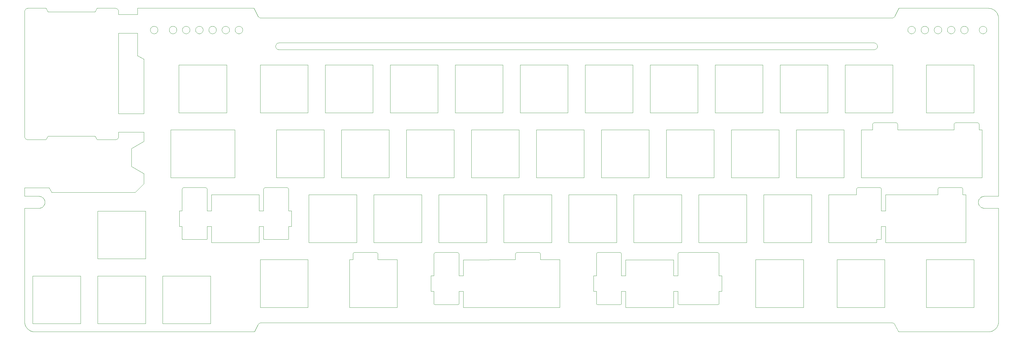
<source format=gm1>
G04 #@! TF.GenerationSoftware,KiCad,Pcbnew,8.0.3*
G04 #@! TF.CreationDate,2024-07-31T18:48:27+09:00*
G04 #@! TF.ProjectId,R46_TopPlate,5234365f-546f-4705-906c-6174652e6b69,ver1.0*
G04 #@! TF.SameCoordinates,Original*
G04 #@! TF.FileFunction,Profile,NP*
%FSLAX46Y46*%
G04 Gerber Fmt 4.6, Leading zero omitted, Abs format (unit mm)*
G04 Created by KiCad (PCBNEW 8.0.3) date 2024-07-31 18:48:27*
%MOMM*%
%LPD*%
G01*
G04 APERTURE LIST*
G04 #@! TA.AperFunction,Profile*
%ADD10C,0.090000*%
G04 #@! TD*
%ADD11C,0.090000*%
G04 APERTURE END LIST*
D10*
X164334413Y-50032741D02*
X178334398Y-50032741D01*
X225959398Y-69082741D02*
X225959377Y-83082747D01*
D11*
X82712091Y-107209957D02*
X82764256Y-107118067D01*
X82825030Y-107033186D01*
X82893702Y-106955756D01*
X82969561Y-106886222D01*
X83051894Y-106825026D01*
X83139990Y-106772612D01*
X83233137Y-106729422D01*
X83330624Y-106695901D01*
X83431740Y-106672491D01*
X83535771Y-106659635D01*
X83606395Y-106657148D01*
D10*
X49747157Y-92894724D02*
X49747135Y-106894731D01*
X264059377Y-83082747D02*
X250059391Y-83082726D01*
X296797430Y-14295000D02*
X270603314Y-14295000D01*
D11*
X40859262Y-52894883D02*
X40958004Y-52889999D01*
X41055099Y-52875525D01*
X41149886Y-52851725D01*
X41241711Y-52818864D01*
X41329913Y-52777206D01*
X41413837Y-52727015D01*
X41492824Y-52668555D01*
X41566218Y-52602093D01*
X278175311Y-19569742D02*
X278287720Y-19575424D01*
X278396895Y-19592103D01*
X278502282Y-19619224D01*
X278603325Y-19656231D01*
X278699472Y-19702572D01*
X278790166Y-19757690D01*
X278874854Y-19821032D01*
X278952982Y-19892044D01*
X279023994Y-19970170D01*
X279087337Y-20054857D01*
X279142456Y-20145550D01*
X279188796Y-20241694D01*
X279225804Y-20342735D01*
X279252925Y-20448119D01*
X279269604Y-20557291D01*
X279275287Y-20669697D01*
D10*
X266735032Y-69082482D02*
X282005848Y-69082741D01*
X181927224Y-101024998D02*
X181927224Y-97437104D01*
D11*
X41566218Y-52602093D02*
X41632681Y-52528699D01*
X41691143Y-52449712D01*
X41741337Y-52365787D01*
X41783000Y-52277583D01*
X41815865Y-52185757D01*
X41839668Y-52090965D01*
X41854144Y-51993866D01*
X41859029Y-51895116D01*
D10*
X20604147Y-14295000D02*
X15297321Y-14295000D01*
D11*
X263297279Y-24457127D02*
X263399490Y-24462297D01*
X263498758Y-24477470D01*
X263594581Y-24502142D01*
X263686453Y-24535807D01*
X263773871Y-24577959D01*
X263856331Y-24628093D01*
X263933330Y-24685703D01*
X264004363Y-24750285D01*
X264068926Y-24821333D01*
X264126515Y-24898341D01*
X264176627Y-24980804D01*
X264218758Y-25068218D01*
X264252403Y-25160075D01*
X264277060Y-25255871D01*
X264292223Y-25355101D01*
X264297390Y-25457260D01*
D10*
X135759413Y-69082741D02*
X149759398Y-69082741D01*
D11*
X69388400Y-19569742D02*
X69500801Y-19575424D01*
X69609971Y-19592103D01*
X69715353Y-19619224D01*
X69816393Y-19656231D01*
X69912536Y-19702572D01*
X70003229Y-19757690D01*
X70087916Y-19821032D01*
X70166044Y-19892044D01*
X70237056Y-19970170D01*
X70300400Y-20054857D01*
X70355519Y-20145550D01*
X70401861Y-20241694D01*
X70438870Y-20342735D01*
X70465991Y-20448119D01*
X70482670Y-20557291D01*
X70488354Y-20669697D01*
D10*
X60483991Y-81954759D02*
X60484012Y-78369405D01*
D11*
X299797441Y-17295032D02*
X299793536Y-17140639D01*
X299781949Y-16988274D01*
X299762868Y-16838125D01*
X299736481Y-16690382D01*
X299702977Y-16545232D01*
X299662545Y-16402864D01*
X299615373Y-16263467D01*
X299561651Y-16127228D01*
X299501565Y-15994336D01*
X299435306Y-15864979D01*
X299363062Y-15739347D01*
X299285022Y-15617627D01*
X299201373Y-15500007D01*
X299112305Y-15386677D01*
X299018007Y-15277825D01*
X298918666Y-15173639D01*
X298814473Y-15074307D01*
X298705614Y-14980018D01*
X298592279Y-14890960D01*
X298474657Y-14807323D01*
X298352936Y-14729293D01*
X298227305Y-14657060D01*
X298097952Y-14590813D01*
X297965067Y-14530738D01*
X297828836Y-14477026D01*
X297689451Y-14429864D01*
X297547098Y-14389440D01*
X297401966Y-14355944D01*
X297254245Y-14329563D01*
X297104123Y-14310487D01*
X296951788Y-14298903D01*
X296797430Y-14295000D01*
X64421993Y-20669697D02*
X64427675Y-20557291D01*
X64444354Y-20448119D01*
X64471475Y-20342735D01*
X64508482Y-20241694D01*
X64554822Y-20145550D01*
X64609941Y-20054857D01*
X64673283Y-19970170D01*
X64744295Y-19892044D01*
X64822421Y-19821032D01*
X64907108Y-19757690D01*
X64997800Y-19702572D01*
X65093944Y-19656231D01*
X65194986Y-19619224D01*
X65300369Y-19592103D01*
X65409541Y-19575424D01*
X65521947Y-19569742D01*
D10*
X121184398Y-50032741D02*
X121184377Y-64032747D01*
X84362830Y-78369405D02*
X83074429Y-78369405D01*
D11*
X273208947Y-20669697D02*
X273214629Y-20557291D01*
X273231308Y-20448119D01*
X273258429Y-20342735D01*
X273295436Y-20241694D01*
X273341776Y-20145550D01*
X273396894Y-20054857D01*
X273460235Y-19970170D01*
X273531246Y-19892044D01*
X273609371Y-19821032D01*
X273694057Y-19757690D01*
X273784748Y-19702572D01*
X273880890Y-19656231D01*
X273981928Y-19619224D01*
X274087309Y-19592103D01*
X274196478Y-19575424D01*
X274308880Y-19569742D01*
D10*
X81551094Y-14295000D02*
X47374347Y-14295000D01*
X282505839Y-66939934D02*
X288830797Y-66939934D01*
X67808974Y-67439947D02*
X67808953Y-73775887D01*
X190540565Y-88141612D02*
X204540551Y-88141612D01*
X68796898Y-92894724D02*
X68796877Y-106894731D01*
X117863757Y-86503663D02*
X117863757Y-88132719D01*
X159284398Y-50032741D02*
X159284377Y-64032747D01*
X270484781Y-109294886D02*
X296797430Y-109294886D01*
X217604590Y-101262624D02*
X206056070Y-101275005D01*
X88897351Y-24457127D02*
X263297279Y-24457127D01*
X287267542Y-47893164D02*
X293592501Y-47893164D01*
X40859241Y-14295000D02*
X35552050Y-14295000D01*
D11*
X287008536Y-20669697D02*
X287002852Y-20782102D01*
X286986172Y-20891274D01*
X286959050Y-20996657D01*
X286922039Y-21097699D01*
X286875696Y-21193843D01*
X286820575Y-21284535D01*
X286757229Y-21369222D01*
X286686215Y-21447348D01*
X286608085Y-21518360D01*
X286523396Y-21581702D01*
X286432701Y-21636821D01*
X286336556Y-21683161D01*
X286235515Y-21720168D01*
X286130132Y-21747289D01*
X286020962Y-21763968D01*
X285908560Y-21769651D01*
X285908560Y-21769651D02*
X285796154Y-21763968D01*
X285686981Y-21747289D01*
X285581596Y-21720168D01*
X285480554Y-21683161D01*
X285384408Y-21636821D01*
X285293713Y-21581702D01*
X285209025Y-21518360D01*
X285130896Y-21447348D01*
X285059883Y-21369222D01*
X284996539Y-21284535D01*
X284941418Y-21193843D01*
X284895077Y-21097699D01*
X284858068Y-20996657D01*
X284830946Y-20891274D01*
X284814267Y-20782102D01*
X284808584Y-20669697D01*
X269442317Y-16616994D02*
X269390143Y-16708883D01*
X269329348Y-16793762D01*
X269260646Y-16871189D01*
X269184757Y-16940721D01*
X269102395Y-17001914D01*
X269014278Y-17054325D01*
X268921123Y-17097512D01*
X268823647Y-17131031D01*
X268722566Y-17154439D01*
X268618597Y-17167293D01*
X268548035Y-17169781D01*
D10*
X295015648Y-50032741D02*
X295015627Y-64032747D01*
X49259590Y-62891215D02*
X49259590Y-65831260D01*
X294092492Y-50032741D02*
X295015648Y-50032741D01*
X182427172Y-86010153D02*
X188752130Y-86010153D01*
X57177905Y-64032467D02*
X57177905Y-50032482D01*
X171198701Y-102132597D02*
X142909816Y-102141619D01*
D11*
X14297189Y-106294853D02*
X14301092Y-106449245D01*
X14312676Y-106601610D01*
X14331752Y-106751759D01*
X14358133Y-106899502D01*
X14391629Y-107044652D01*
X14432053Y-107187020D01*
X14479215Y-107326418D01*
X14532927Y-107462657D01*
X14593002Y-107595549D01*
X14659249Y-107724905D01*
X14731482Y-107850538D01*
X14809512Y-107972258D01*
X14893149Y-108089877D01*
X14982207Y-108203207D01*
X15076496Y-108312060D01*
X15175828Y-108416246D01*
X15280014Y-108515578D01*
X15388866Y-108609867D01*
X15502196Y-108698924D01*
X15619816Y-108782562D01*
X15741536Y-108860591D01*
X15867168Y-108932824D01*
X15996525Y-108999072D01*
X16129417Y-109059147D01*
X16265656Y-109112859D01*
X16405053Y-109160021D01*
X16547421Y-109200445D01*
X16692571Y-109233941D01*
X16840314Y-109260322D01*
X16990463Y-109279398D01*
X17142828Y-109290982D01*
X17297221Y-109294886D01*
D10*
X14297189Y-67032112D02*
X14297189Y-69504033D01*
D11*
X61655495Y-21769651D02*
X61543089Y-21763968D01*
X61433917Y-21747289D01*
X61328534Y-21720168D01*
X61227492Y-21683161D01*
X61131348Y-21636821D01*
X61040656Y-21581702D01*
X60955969Y-21518360D01*
X60877843Y-21447348D01*
X60806831Y-21369222D01*
X60743489Y-21284535D01*
X60688370Y-21193843D01*
X60642030Y-21097699D01*
X60605023Y-20996657D01*
X60577902Y-20891274D01*
X60561223Y-20782102D01*
X60555541Y-20669697D01*
D10*
X135471898Y-30982741D02*
X135471877Y-44982747D01*
X231009413Y-69082741D02*
X245009398Y-69082741D01*
X140234398Y-50032741D02*
X140234377Y-64032747D01*
D11*
X53372280Y-20669697D02*
X53366596Y-20782102D01*
X53349917Y-20891274D01*
X53322795Y-20996657D01*
X53285787Y-21097699D01*
X53239445Y-21193843D01*
X53184325Y-21284535D01*
X53120982Y-21369222D01*
X53049969Y-21447348D01*
X52971842Y-21518360D01*
X52887155Y-21581702D01*
X52796462Y-21636821D01*
X52700318Y-21683161D01*
X52599278Y-21720168D01*
X52493896Y-21747289D01*
X52384727Y-21763968D01*
X52272326Y-21769651D01*
X67808931Y-81954780D02*
X67789285Y-82052088D01*
X67735709Y-82131556D01*
X67656242Y-82185137D01*
X67558925Y-82204786D01*
D10*
X47374347Y-16169670D02*
X41859029Y-16169670D01*
X97659391Y-83082726D02*
X97659413Y-69082741D01*
D11*
X289775012Y-19569742D02*
X289887417Y-19575424D01*
X289996589Y-19592103D01*
X290101973Y-19619224D01*
X290203014Y-19656231D01*
X290299158Y-19702572D01*
X290389851Y-19757690D01*
X290474537Y-19821032D01*
X290552664Y-19892044D01*
X290623675Y-19970170D01*
X290687017Y-20054857D01*
X290742136Y-20145550D01*
X290788476Y-20241694D01*
X290825483Y-20342735D01*
X290852604Y-20448119D01*
X290869283Y-20557291D01*
X290874966Y-20669697D01*
D10*
X134796423Y-86010153D02*
X141121381Y-86010153D01*
X217854553Y-97427264D02*
X217854574Y-101012618D01*
D11*
X91687771Y-81954780D02*
X91668125Y-82052088D01*
X91614549Y-82131556D01*
X91535081Y-82185137D01*
X91437764Y-82204786D01*
D10*
X230721898Y-30982741D02*
X230721877Y-44982747D01*
X278634413Y-30982741D02*
X292634398Y-30982741D01*
X102134377Y-64032747D02*
X88134391Y-64032726D01*
D11*
X165000221Y-86010153D02*
X165100989Y-86020304D01*
X165194843Y-86049434D01*
X165279774Y-86095531D01*
X165353771Y-86156585D01*
X165414823Y-86230584D01*
X165460921Y-86315518D01*
X165490054Y-86409375D01*
X165500212Y-86510144D01*
D10*
X97371898Y-30982741D02*
X97371877Y-44982747D01*
X197384377Y-64032747D02*
X183384391Y-64032726D01*
D11*
X285908560Y-19569742D02*
X286020965Y-19575424D01*
X286130138Y-19592103D01*
X286235522Y-19619224D01*
X286336565Y-19656231D01*
X286432711Y-19702572D01*
X286523405Y-19757690D01*
X286608094Y-19821032D01*
X286686222Y-19892044D01*
X286757236Y-19970170D01*
X286820580Y-20054857D01*
X286875700Y-20145550D01*
X286922042Y-20241694D01*
X286959051Y-20342735D01*
X286986173Y-20448119D01*
X287002852Y-20557291D01*
X287008536Y-20669697D01*
D10*
X20604147Y-52894883D02*
X21187660Y-51859136D01*
X190540565Y-97439623D02*
X189252164Y-97439623D01*
X47374347Y-28194453D02*
X49259611Y-29282780D01*
X83372903Y-88132741D02*
X97372910Y-88132741D01*
X14297189Y-15295132D02*
X14297189Y-51895116D01*
D11*
X296797430Y-109294886D02*
X296951788Y-109290982D01*
X297104123Y-109279398D01*
X297254245Y-109260322D01*
X297401966Y-109233941D01*
X297547098Y-109200445D01*
X297689451Y-109160021D01*
X297828836Y-109112859D01*
X297965067Y-109059147D01*
X298097952Y-108999072D01*
X298227305Y-108932824D01*
X298352936Y-108860591D01*
X298474657Y-108782562D01*
X298592279Y-108698924D01*
X298705614Y-108609867D01*
X298814473Y-108515578D01*
X298918666Y-108416246D01*
X299018007Y-108312060D01*
X299112305Y-108203207D01*
X299201373Y-108089877D01*
X299285022Y-107972258D01*
X299363062Y-107850538D01*
X299435306Y-107724905D01*
X299501565Y-107595549D01*
X299561651Y-107462657D01*
X299615373Y-107326418D01*
X299662545Y-107187020D01*
X299702977Y-107044652D01*
X299736481Y-106899502D01*
X299762868Y-106751759D01*
X299781949Y-106601610D01*
X299793536Y-106449245D01*
X299797441Y-106294853D01*
D10*
X242627911Y-88132741D02*
X242627890Y-102132747D01*
X206909398Y-69082741D02*
X206909377Y-83082747D01*
D11*
X284808584Y-20669697D02*
X284814267Y-20557291D01*
X284830947Y-20448119D01*
X284858069Y-20342735D01*
X284895080Y-20241694D01*
X284941423Y-20145550D01*
X284996544Y-20054857D01*
X285059890Y-19970170D01*
X285130905Y-19892044D01*
X285209034Y-19821032D01*
X285293723Y-19757690D01*
X285384418Y-19702572D01*
X285480563Y-19656231D01*
X285581604Y-19619224D01*
X285686987Y-19592103D01*
X285796157Y-19575424D01*
X285908560Y-19569742D01*
D10*
X211959391Y-83082726D02*
X211959413Y-69082741D01*
X92523120Y-78366885D02*
X91687771Y-78366885D01*
D11*
X41566218Y-14587811D02*
X41492818Y-14521445D01*
X41413827Y-14463030D01*
X41329902Y-14412842D01*
X41241700Y-14371157D01*
X41149875Y-14338254D01*
X41055087Y-14314408D01*
X40957989Y-14299898D01*
X40859241Y-14295000D01*
D10*
X121471913Y-30982741D02*
X135471898Y-30982741D01*
X190540565Y-92828492D02*
X190540565Y-88141612D01*
X299797441Y-73003927D02*
X295648426Y-73003927D01*
X289330788Y-67439947D02*
X289330788Y-69082741D01*
X178334377Y-64032747D02*
X164334391Y-64032726D01*
X60484012Y-73758273D02*
X60484034Y-67439925D01*
X91687792Y-73775887D02*
X92523142Y-73775887D01*
X181091874Y-97437104D02*
X181091853Y-92846105D01*
D11*
X84612815Y-82204765D02*
X84515509Y-82185116D01*
X84436049Y-82131535D01*
X84382475Y-82052067D01*
X84362830Y-81954759D01*
X206056070Y-101275005D02*
X205958752Y-101255356D01*
X205879285Y-101201775D01*
X205825708Y-101122306D01*
X205806063Y-101024998D01*
X70488354Y-20669697D02*
X70482670Y-20782102D01*
X70465991Y-20891274D01*
X70438870Y-20996657D01*
X70401861Y-21097699D01*
X70355519Y-21193843D01*
X70300400Y-21284535D01*
X70237056Y-21369222D01*
X70166044Y-21447348D01*
X70087916Y-21518360D01*
X70003229Y-21581702D01*
X69912536Y-21636821D01*
X69816393Y-21683161D01*
X69715353Y-21720168D01*
X69609971Y-21747289D01*
X69500801Y-21763968D01*
X69388400Y-21769651D01*
D10*
X116709391Y-83082726D02*
X116709413Y-69082741D01*
X268548035Y-17169781D02*
X83606395Y-17169781D01*
X183384391Y-64032726D02*
X183384413Y-50032741D01*
X294092492Y-48393177D02*
X294092492Y-50032741D01*
D11*
X14590000Y-52602093D02*
X14663393Y-52668555D01*
X14742386Y-52727015D01*
X14826323Y-52777206D01*
X14914552Y-52818864D01*
X15006420Y-52851725D01*
X15101272Y-52875525D01*
X15198457Y-52889999D01*
X15297321Y-52894883D01*
X269713661Y-47893164D02*
X269814423Y-47903322D01*
X269908274Y-47932458D01*
X269993205Y-47978559D01*
X270067203Y-48039615D01*
X270128258Y-48113616D01*
X270174358Y-48198550D01*
X270203493Y-48292407D01*
X270213652Y-48393177D01*
D10*
X59559391Y-44982726D02*
X59559413Y-30982741D01*
D11*
X290874966Y-20669697D02*
X290869283Y-20782102D01*
X290852604Y-20891274D01*
X290825483Y-20996657D01*
X290788476Y-21097699D01*
X290742136Y-21193843D01*
X290687017Y-21284535D01*
X290623675Y-21369222D01*
X290552664Y-21447348D01*
X290474537Y-21518360D01*
X290389851Y-21581702D01*
X290299158Y-21636821D01*
X290203014Y-21683161D01*
X290101973Y-21720168D01*
X289996589Y-21747289D01*
X289887417Y-21763968D01*
X289775012Y-21769651D01*
D10*
X187859398Y-69082741D02*
X187859377Y-83082747D01*
X88134391Y-64032726D02*
X88134413Y-50032741D01*
X266440648Y-88132762D02*
X266440627Y-102132747D01*
D11*
X217354540Y-85997772D02*
X217455308Y-86007930D01*
X217549162Y-86037065D01*
X217634093Y-86083166D01*
X217708090Y-86144223D01*
X217769142Y-86218223D01*
X217815240Y-86303158D01*
X217844373Y-86397015D01*
X217854531Y-86497784D01*
X188752130Y-86010153D02*
X188852898Y-86020304D01*
X188946752Y-86049434D01*
X189031683Y-86095531D01*
X189105680Y-86156585D01*
X189166732Y-86230584D01*
X189212830Y-86315518D01*
X189241963Y-86409375D01*
X189252121Y-86510144D01*
D10*
X290253127Y-83082747D02*
X266734902Y-83082489D01*
X270213652Y-50032741D02*
X286767551Y-50032741D01*
X263297279Y-26457371D02*
X88897351Y-26457371D01*
X205806063Y-101024998D02*
X205806042Y-97437104D01*
X240534391Y-64032726D02*
X240534413Y-50032741D01*
X295015627Y-64032747D02*
X259584391Y-64032726D01*
X258644612Y-66939934D02*
X264969571Y-66939934D01*
X181927224Y-97437104D02*
X181091874Y-97437104D01*
D11*
X296345477Y-20669697D02*
X296339794Y-20782102D01*
X296323115Y-20891274D01*
X296295994Y-20996657D01*
X296258987Y-21097699D01*
X296212646Y-21193843D01*
X296157528Y-21284535D01*
X296094186Y-21369222D01*
X296023174Y-21447348D01*
X295945048Y-21518360D01*
X295860361Y-21581702D01*
X295769668Y-21636821D01*
X295673524Y-21683161D01*
X295572483Y-21720168D01*
X295467099Y-21747289D01*
X295357927Y-21763968D01*
X295245522Y-21769651D01*
D10*
X204540551Y-92846105D02*
X205806042Y-92846105D01*
X133461104Y-92846105D02*
X134296453Y-92846105D01*
X197384398Y-50032741D02*
X197384377Y-64032747D01*
X16697903Y-106894709D02*
X16697925Y-92894724D01*
X111659377Y-83082747D02*
X97659391Y-83082726D01*
X192909413Y-69082741D02*
X206909398Y-69082741D01*
X45618576Y-55505103D02*
X45618576Y-60789362D01*
X35747171Y-92894724D02*
X49747157Y-92894724D01*
X142909816Y-88141612D02*
X158175271Y-88132654D01*
D11*
X264297390Y-25457260D02*
X264292223Y-25559471D01*
X264277060Y-25658739D01*
X264252403Y-25754562D01*
X264218758Y-25846434D01*
X264176627Y-25933852D01*
X264126515Y-26016312D01*
X264068926Y-26093311D01*
X264004363Y-26164344D01*
X263933330Y-26228907D01*
X263856331Y-26286496D01*
X263773871Y-26336608D01*
X263686453Y-26378739D01*
X263594581Y-26412384D01*
X263498758Y-26437041D01*
X263399490Y-26452204D01*
X263297279Y-26457371D01*
D10*
X75940648Y-50032741D02*
X75940627Y-64032747D01*
X54796891Y-106894709D02*
X54796913Y-92894724D01*
X266734902Y-83082489D02*
X266734902Y-78366885D01*
X135759391Y-83082726D02*
X135759413Y-69082741D01*
D11*
X57789065Y-21769651D02*
X57676651Y-21763968D01*
X57567465Y-21747289D01*
X57462062Y-21720168D01*
X57360996Y-21683161D01*
X57264823Y-21636821D01*
X57174100Y-21581702D01*
X57089381Y-21518360D01*
X57011221Y-21447348D01*
X56940176Y-21369222D01*
X56876802Y-21284535D01*
X56821654Y-21193843D01*
X56775287Y-21097699D01*
X56738258Y-20996657D01*
X56711120Y-20891274D01*
X56694430Y-20782102D01*
X56688744Y-20669697D01*
D10*
X173571877Y-44982747D02*
X159571891Y-44982726D01*
X116709413Y-69082741D02*
X130709398Y-69082741D01*
X21509388Y-67032112D02*
X14297189Y-67032112D01*
X242627890Y-102132747D02*
X228627905Y-102132726D01*
X254821913Y-30982741D02*
X268821898Y-30982741D01*
X109565921Y-102132726D02*
X109565900Y-88132741D01*
X299797441Y-106294853D02*
X299797441Y-73003927D01*
D11*
X283142062Y-20669697D02*
X283136375Y-20782102D01*
X283119686Y-20891274D01*
X283092550Y-20996657D01*
X283055523Y-21097699D01*
X283009162Y-21193843D01*
X282954022Y-21284535D01*
X282890660Y-21369222D01*
X282819630Y-21447348D01*
X282741490Y-21518360D01*
X282656795Y-21581702D01*
X282566101Y-21636821D01*
X282469964Y-21683161D01*
X282368941Y-21720168D01*
X282263586Y-21747289D01*
X282154456Y-21763968D01*
X282042108Y-21769651D01*
D10*
X154809391Y-83082726D02*
X154809413Y-69082741D01*
X270603314Y-14295000D02*
X269442317Y-16616994D01*
X254534398Y-50032741D02*
X254534377Y-64032747D01*
X299797441Y-69504033D02*
X299797441Y-17295032D01*
X254821891Y-44982726D02*
X254821913Y-30982741D01*
X110538816Y-88132741D02*
X110538816Y-86503684D01*
X46759462Y-68331042D02*
X22259386Y-68331042D01*
X266440627Y-102132747D02*
X252440641Y-102132726D01*
X14297189Y-73003927D02*
X14297189Y-106294853D01*
X292634377Y-102132747D02*
X278634391Y-102132726D01*
X97371877Y-44982747D02*
X83371891Y-44982726D01*
X69074444Y-78366885D02*
X67808953Y-78366885D01*
X216434377Y-64032747D02*
X202434391Y-64032726D01*
D11*
X278175311Y-21769651D02*
X278062909Y-21763968D01*
X277953740Y-21747289D01*
X277848359Y-21720168D01*
X277747321Y-21683161D01*
X277651179Y-21636821D01*
X277560488Y-21581702D01*
X277475802Y-21518360D01*
X277397677Y-21447348D01*
X277326666Y-21369222D01*
X277263325Y-21284535D01*
X277208207Y-21193843D01*
X277161867Y-21097699D01*
X277124860Y-20996657D01*
X277097739Y-20891274D01*
X277081060Y-20782102D01*
X277075378Y-20669697D01*
X73255196Y-19569742D02*
X73367541Y-19575424D01*
X73476668Y-19592103D01*
X73582021Y-19619224D01*
X73683044Y-19656231D01*
X73779180Y-19702572D01*
X73869874Y-19757690D01*
X73954570Y-19821032D01*
X74032711Y-19892044D01*
X74103742Y-19970170D01*
X74167106Y-20054857D01*
X74222247Y-20145550D01*
X74268609Y-20241694D01*
X74305637Y-20342735D01*
X74332774Y-20448119D01*
X74349464Y-20557291D01*
X74355151Y-20669697D01*
D10*
X21187660Y-15331112D02*
X20604147Y-14295000D01*
X82712091Y-16616994D02*
X81551094Y-14295000D01*
X158175271Y-88132654D02*
X158175271Y-86510165D01*
X258144621Y-69082741D02*
X258144621Y-67439925D01*
X84362852Y-73758273D02*
X84362873Y-67439925D01*
X269442317Y-107209957D02*
X270484781Y-109294886D01*
D11*
X60555541Y-20669697D02*
X60561223Y-20557291D01*
X60577902Y-20448119D01*
X60605023Y-20342735D01*
X60642030Y-20241694D01*
X60688370Y-20145550D01*
X60743489Y-20054857D01*
X60806831Y-19970170D01*
X60877843Y-19892044D01*
X60955969Y-19821032D01*
X61040656Y-19757690D01*
X61131348Y-19702572D01*
X61227492Y-19656231D01*
X61328534Y-19619224D01*
X61433917Y-19592103D01*
X61543089Y-19575424D01*
X61655495Y-19569742D01*
X141621415Y-101024977D02*
X141601769Y-101122285D01*
X141548196Y-101201753D01*
X141468735Y-101255334D01*
X141371430Y-101274983D01*
D10*
X192621898Y-30982741D02*
X192621877Y-44982747D01*
X84362830Y-81954759D02*
X84362830Y-78369405D01*
X59648641Y-78369405D02*
X59648641Y-73758273D01*
X69074444Y-83071400D02*
X69074444Y-78366885D01*
X81669627Y-109294886D02*
X82712091Y-107209957D01*
X83074429Y-78369405D02*
X83074429Y-83071400D01*
X225959377Y-83082747D02*
X211959391Y-83082726D01*
D11*
X52272326Y-19569742D02*
X52384731Y-19575424D01*
X52493903Y-19592103D01*
X52599286Y-19619224D01*
X52700328Y-19656231D01*
X52796472Y-19702572D01*
X52887164Y-19757690D01*
X52971851Y-19821032D01*
X53049977Y-19892044D01*
X53120989Y-19970170D01*
X53184331Y-20054857D01*
X53239450Y-20145550D01*
X53285790Y-20241694D01*
X53322797Y-20342735D01*
X53349918Y-20448119D01*
X53366597Y-20557291D01*
X53372280Y-20669697D01*
D10*
X235771913Y-30982741D02*
X249771898Y-30982741D01*
X21187660Y-51859136D02*
X34968558Y-51859136D01*
D11*
X56688744Y-20669697D02*
X56694430Y-20557291D01*
X56711121Y-20448119D01*
X56738259Y-20342735D01*
X56775290Y-20241694D01*
X56821658Y-20145550D01*
X56876808Y-20054857D01*
X56940183Y-19970170D01*
X57011229Y-19892044D01*
X57089389Y-19821032D01*
X57174109Y-19757690D01*
X57264833Y-19702572D01*
X57361005Y-19656231D01*
X57462069Y-19619224D01*
X57567471Y-19592103D01*
X57676655Y-19575424D01*
X57789065Y-19569742D01*
X14590000Y-14587811D02*
X14523634Y-14661204D01*
X14465219Y-14740197D01*
X14415031Y-14824134D01*
X14373346Y-14912363D01*
X14340443Y-15004230D01*
X14316597Y-15099083D01*
X14302087Y-15196268D01*
X14297189Y-15295132D01*
D10*
X47374347Y-14295000D02*
X47374347Y-16169670D01*
X141371430Y-101274983D02*
X134546481Y-101275005D01*
X67808953Y-73775887D02*
X69074444Y-73775887D01*
D11*
X51172371Y-20669697D02*
X51178053Y-20557291D01*
X51194732Y-20448119D01*
X51221853Y-20342735D01*
X51258860Y-20241694D01*
X51305201Y-20145550D01*
X51360319Y-20054857D01*
X51423661Y-19970170D01*
X51494673Y-19892044D01*
X51572799Y-19821032D01*
X51657486Y-19757690D01*
X51748179Y-19702572D01*
X51844323Y-19656231D01*
X51945364Y-19619224D01*
X52050748Y-19592103D01*
X52159920Y-19575424D01*
X52272326Y-19569742D01*
D10*
X230721877Y-44982747D02*
X216721891Y-44982726D01*
X268821898Y-30982741D02*
X268821877Y-44982747D01*
D11*
X258144621Y-67439925D02*
X258154778Y-67339156D01*
X258183911Y-67245299D01*
X258230009Y-67160365D01*
X258291062Y-67086366D01*
X258365058Y-67025313D01*
X258449989Y-66979215D01*
X258543844Y-66950085D01*
X258644612Y-66939934D01*
D10*
X259584413Y-50032741D02*
X262888712Y-50032741D01*
X123565907Y-88132719D02*
X123565907Y-102132704D01*
X221484413Y-50032741D02*
X235484398Y-50032741D01*
D11*
X20258776Y-71254141D02*
X20256496Y-71344144D01*
X20238595Y-71520509D01*
X20203637Y-71691285D01*
X20152505Y-71855591D01*
X20086083Y-72012544D01*
X20005252Y-72161263D01*
X19910896Y-72300867D01*
X19803897Y-72430474D01*
X19685138Y-72549202D01*
X19555500Y-72656170D01*
X19415868Y-72750497D01*
X19267123Y-72831300D01*
X19110148Y-72897698D01*
X18945825Y-72948810D01*
X18775038Y-72983754D01*
X18598669Y-73001648D01*
X18508667Y-73003927D01*
D10*
X265201900Y-82204786D02*
X264059377Y-82204786D01*
X83074429Y-73758273D02*
X84362852Y-73758273D01*
X159284377Y-64032747D02*
X145284391Y-64032726D01*
D11*
X61655495Y-19569742D02*
X61767900Y-19575424D01*
X61877072Y-19592103D01*
X61982456Y-19619224D01*
X62083497Y-19656231D01*
X62179641Y-19702572D01*
X62270334Y-19757690D01*
X62355021Y-19821032D01*
X62433147Y-19892044D01*
X62504159Y-19970170D01*
X62567501Y-20054857D01*
X62622619Y-20145550D01*
X62668960Y-20241694D01*
X62705967Y-20342735D01*
X62733088Y-20448119D01*
X62749767Y-20557291D01*
X62755450Y-20669697D01*
X141121381Y-86010153D02*
X141222149Y-86020304D01*
X141316003Y-86049434D01*
X141400934Y-86095531D01*
X141474931Y-86156585D01*
X141535983Y-86230584D01*
X141582081Y-86315518D01*
X141611214Y-86409375D01*
X141621372Y-86510144D01*
D10*
X49747135Y-87844774D02*
X35747150Y-87844752D01*
X254534377Y-64032747D02*
X240534391Y-64032726D01*
D11*
X65521947Y-21769651D02*
X65409541Y-21763968D01*
X65300369Y-21747289D01*
X65194986Y-21720168D01*
X65093944Y-21683161D01*
X64997800Y-21636821D01*
X64907108Y-21581702D01*
X64822421Y-21518360D01*
X64744295Y-21447348D01*
X64673283Y-21369222D01*
X64609941Y-21284535D01*
X64554822Y-21193843D01*
X64508482Y-21097699D01*
X64471475Y-20996657D01*
X64444354Y-20891274D01*
X64427675Y-20782102D01*
X64421993Y-20669697D01*
D10*
X262888712Y-50032741D02*
X262888712Y-48393155D01*
X67808953Y-78366885D02*
X67808931Y-81954780D01*
X14297189Y-69504033D02*
X18508667Y-69504033D01*
D11*
X265451906Y-81954780D02*
X265432260Y-82052088D01*
X265378684Y-82131556D01*
X265299217Y-82185137D01*
X265201900Y-82204786D01*
X182177230Y-101275005D02*
X182079912Y-101255356D01*
X182000445Y-101201775D01*
X181946869Y-101122306D01*
X181927224Y-101024998D01*
D10*
X34968558Y-51859136D02*
X35552071Y-52894883D01*
X231009391Y-83082726D02*
X231009413Y-69082741D01*
X264059377Y-82204786D02*
X264059377Y-83082747D01*
D11*
X295648426Y-73003927D02*
X295558423Y-73001648D01*
X295382053Y-72983754D01*
X295211265Y-72948810D01*
X295046942Y-72897698D01*
X294889965Y-72831300D01*
X294741218Y-72750497D01*
X294601584Y-72656170D01*
X294471945Y-72549202D01*
X294353183Y-72430474D01*
X294246182Y-72300867D01*
X294151824Y-72161263D01*
X294070992Y-72012544D01*
X294004568Y-71855591D01*
X293953436Y-71691285D01*
X293918477Y-71520509D01*
X293900575Y-71344144D01*
X293898296Y-71254141D01*
D10*
X91687814Y-67439947D02*
X91687792Y-73775887D01*
X91687771Y-78366885D02*
X91687771Y-81954780D01*
X278634391Y-102132726D02*
X278634413Y-88132741D01*
X158675262Y-86010153D02*
X165000221Y-86010153D01*
X97659413Y-69082741D02*
X111659398Y-69082741D01*
X134296475Y-97437104D02*
X133461125Y-97437104D01*
X289330788Y-69082741D02*
X290253148Y-69082741D01*
D11*
X87897218Y-25457260D02*
X87902384Y-25355101D01*
X87917547Y-25255871D01*
X87942204Y-25160075D01*
X87975850Y-25068218D01*
X88017981Y-24980804D01*
X88068093Y-24898341D01*
X88125683Y-24821333D01*
X88190247Y-24750285D01*
X88261281Y-24685703D01*
X88338281Y-24628093D01*
X88420743Y-24577959D01*
X88508163Y-24535807D01*
X88600038Y-24502142D01*
X88695864Y-24477470D01*
X88795136Y-24462297D01*
X88897351Y-24457127D01*
X262888712Y-48393155D02*
X262898869Y-48292386D01*
X262928002Y-48198529D01*
X262974100Y-48113595D01*
X263035152Y-48039596D01*
X263109149Y-47978543D01*
X263194080Y-47932445D01*
X263287934Y-47903315D01*
X263388703Y-47893164D01*
D10*
X249771877Y-44982747D02*
X235771891Y-44982726D01*
X189002179Y-101274983D02*
X182177230Y-101275005D01*
X142909816Y-97439623D02*
X141621415Y-97439623D01*
D11*
X264969571Y-66939934D02*
X265070332Y-66950092D01*
X265164184Y-66979228D01*
X265249114Y-67025329D01*
X265323113Y-67086385D01*
X265384167Y-67160386D01*
X265430268Y-67245320D01*
X265459403Y-67339177D01*
X265469562Y-67439947D01*
D10*
X73559377Y-44982747D02*
X59559391Y-44982726D01*
D11*
X274308880Y-21769651D02*
X274196478Y-21763968D01*
X274087309Y-21747289D01*
X273981928Y-21720168D01*
X273880890Y-21683161D01*
X273784748Y-21636821D01*
X273694057Y-21581702D01*
X273609371Y-21518360D01*
X273531246Y-21447348D01*
X273460235Y-21369222D01*
X273396894Y-21284535D01*
X273341776Y-21193843D01*
X273295436Y-21097699D01*
X273258429Y-20996657D01*
X273231308Y-20891274D01*
X273214629Y-20782102D01*
X273208947Y-20669697D01*
D10*
X211959413Y-69082741D02*
X225959398Y-69082741D01*
X149759398Y-69082741D02*
X149759377Y-83082747D01*
D11*
X274308880Y-19569742D02*
X274421289Y-19575424D01*
X274530464Y-19592103D01*
X274635851Y-19619224D01*
X274736894Y-19656231D01*
X274833041Y-19702572D01*
X274923735Y-19757690D01*
X275008423Y-19821032D01*
X275086551Y-19892044D01*
X275157563Y-19970170D01*
X275220906Y-20054857D01*
X275276025Y-20145550D01*
X275322365Y-20241694D01*
X275359373Y-20342735D01*
X275386494Y-20448119D01*
X275403173Y-20557291D01*
X275408856Y-20669697D01*
D10*
X266735032Y-73775887D02*
X266735032Y-69082482D01*
X140521891Y-44982726D02*
X140521913Y-30982741D01*
X73559398Y-30982741D02*
X73559377Y-44982747D01*
X252440641Y-102132726D02*
X252440641Y-88132741D01*
X164334391Y-64032726D02*
X164334413Y-50032741D01*
X189252121Y-86510144D02*
X189252143Y-92828492D01*
X245009398Y-69082741D02*
X245009377Y-83082747D01*
X18508667Y-73003927D02*
X14297189Y-73003927D01*
X192621877Y-44982747D02*
X178621891Y-44982726D01*
D11*
X68288424Y-20669697D02*
X68294107Y-20557291D01*
X68310786Y-20448119D01*
X68337908Y-20342735D01*
X68374917Y-20241694D01*
X68421258Y-20145550D01*
X68476379Y-20054857D01*
X68539723Y-19970170D01*
X68610736Y-19892044D01*
X68688865Y-19821032D01*
X68773553Y-19757690D01*
X68864248Y-19702572D01*
X68960394Y-19656231D01*
X69061436Y-19619224D01*
X69166821Y-19592103D01*
X69275994Y-19575424D01*
X69388400Y-19569742D01*
D10*
X178621913Y-30982741D02*
X192621898Y-30982741D01*
X141621372Y-86510144D02*
X141621394Y-92828492D01*
X292634398Y-88132762D02*
X292634377Y-102132747D01*
X34968558Y-15331112D02*
X21187660Y-15331112D01*
X140521913Y-30982741D02*
X154521898Y-30982741D01*
X109565900Y-88132741D02*
X110538816Y-88132741D01*
X123565907Y-102132704D02*
X109565921Y-102132726D01*
D11*
X275408856Y-20669697D02*
X275403173Y-20782102D01*
X275386494Y-20891274D01*
X275359373Y-20996657D01*
X275322365Y-21097699D01*
X275276025Y-21193843D01*
X275220906Y-21284535D01*
X275157563Y-21369222D01*
X275086551Y-21447348D01*
X275008423Y-21518360D01*
X274923735Y-21581702D01*
X274833041Y-21636821D01*
X274736894Y-21683161D01*
X274635851Y-21720168D01*
X274530464Y-21747289D01*
X274421289Y-21763968D01*
X274308880Y-21769651D01*
D10*
X159571891Y-44982726D02*
X159571913Y-30982741D01*
X282005848Y-69082741D02*
X282005848Y-67439925D01*
D11*
X268548035Y-106657148D02*
X268653530Y-106662720D01*
X268756616Y-106679143D01*
X268856575Y-106705973D01*
X268952690Y-106742766D01*
X269044246Y-106789080D01*
X269130524Y-106844471D01*
X269210808Y-106908496D01*
X269284381Y-106980711D01*
X269350527Y-107060673D01*
X269408528Y-107147940D01*
X269442317Y-107209957D01*
D10*
X168809398Y-69082741D02*
X168809377Y-83082747D01*
X268821877Y-44982747D02*
X254821891Y-44982726D01*
D11*
X77121627Y-19569742D02*
X77234032Y-19575424D01*
X77343204Y-19592103D01*
X77448587Y-19619224D01*
X77549629Y-19656231D01*
X77645773Y-19702572D01*
X77736465Y-19757690D01*
X77821152Y-19821032D01*
X77899278Y-19892044D01*
X77970290Y-19970170D01*
X78033632Y-20054857D01*
X78088751Y-20145550D01*
X78135091Y-20241694D01*
X78172098Y-20342735D01*
X78199219Y-20448119D01*
X78215898Y-20557291D01*
X78221581Y-20669697D01*
D10*
X91437764Y-82204786D02*
X84612815Y-82204765D01*
X216434398Y-50032741D02*
X216434377Y-64032747D01*
X59648641Y-73758273D02*
X60484012Y-73758273D01*
X41859029Y-51895116D02*
X41859029Y-50669933D01*
X252440641Y-88132741D02*
X266440648Y-88132762D01*
X173859413Y-69082741D02*
X187859398Y-69082741D01*
X218689924Y-97427264D02*
X217854553Y-97427264D01*
D11*
X288675058Y-20669697D02*
X288680740Y-20557291D01*
X288697419Y-20448119D01*
X288724540Y-20342735D01*
X288761547Y-20241694D01*
X288807887Y-20145550D01*
X288863006Y-20054857D01*
X288926348Y-19970170D01*
X288997360Y-19892044D01*
X289075486Y-19821032D01*
X289160173Y-19757690D01*
X289250865Y-19702572D01*
X289347009Y-19656231D01*
X289448051Y-19619224D01*
X289553434Y-19592103D01*
X289662606Y-19575424D01*
X289775012Y-19569742D01*
D10*
X265469562Y-67439947D02*
X265469540Y-73775887D01*
X154521877Y-44982747D02*
X140521891Y-44982726D01*
X116421898Y-30982741D02*
X116421877Y-44982747D01*
D11*
X289775012Y-21769651D02*
X289662606Y-21763968D01*
X289553434Y-21747289D01*
X289448051Y-21720168D01*
X289347009Y-21683161D01*
X289250865Y-21636821D01*
X289160173Y-21581702D01*
X289075486Y-21518360D01*
X288997360Y-21447348D01*
X288926348Y-21369222D01*
X288863006Y-21284535D01*
X288807887Y-21193843D01*
X288761547Y-21097699D01*
X288724540Y-20996657D01*
X288697419Y-20891274D01*
X288680740Y-20782102D01*
X288675058Y-20669697D01*
D10*
X211671877Y-44982747D02*
X197671891Y-44982726D01*
X102421891Y-44982726D02*
X102421913Y-30982741D01*
X83606395Y-106657148D02*
X268548035Y-106657148D01*
X173859391Y-83082726D02*
X173859413Y-69082741D01*
D11*
X66621902Y-20669697D02*
X66616219Y-20782102D01*
X66599540Y-20891274D01*
X66572419Y-20996657D01*
X66535412Y-21097699D01*
X66489071Y-21193843D01*
X66433953Y-21284535D01*
X66370611Y-21369222D01*
X66299599Y-21447348D01*
X66221473Y-21518360D01*
X66136786Y-21581702D01*
X66046093Y-21636821D01*
X65949949Y-21683161D01*
X65848908Y-21720168D01*
X65743524Y-21747289D01*
X65634352Y-21763968D01*
X65521947Y-21769651D01*
D10*
X141621394Y-92828492D02*
X142909816Y-92828492D01*
X292634377Y-44982747D02*
X278634391Y-44982726D01*
D11*
X286767551Y-48393155D02*
X286777708Y-48292386D01*
X286806841Y-48198529D01*
X286852939Y-48113595D01*
X286913991Y-48039596D01*
X286987988Y-47978543D01*
X287072919Y-47932445D01*
X287166773Y-47903315D01*
X287267542Y-47893164D01*
X88897351Y-26457371D02*
X88795136Y-26452204D01*
X88695864Y-26437041D01*
X88600038Y-26412384D01*
X88508163Y-26378739D01*
X88420743Y-26336608D01*
X88338281Y-26286496D01*
X88261281Y-26228907D01*
X88190247Y-26164344D01*
X88125683Y-26093311D01*
X88068093Y-26016312D01*
X88017981Y-25933852D01*
X87975850Y-25846434D01*
X87942204Y-25754562D01*
X87917547Y-25658739D01*
X87902384Y-25559471D01*
X87897218Y-25457260D01*
D10*
X107184413Y-50032741D02*
X121184398Y-50032741D01*
X250059413Y-69082741D02*
X258144621Y-69082741D01*
X290253148Y-69082741D02*
X290253127Y-83082747D01*
X145284413Y-50032741D02*
X159284398Y-50032741D01*
X111038807Y-86003672D02*
X117363766Y-86003650D01*
X173571898Y-30982741D02*
X173571877Y-44982747D01*
X197671913Y-30982741D02*
X211671898Y-30982741D01*
X121184377Y-64032747D02*
X107184391Y-64032726D01*
X217854531Y-86497784D02*
X217854553Y-92816133D01*
X140234377Y-64032747D02*
X126234391Y-64032726D01*
X266734902Y-78366885D02*
X265451927Y-78366885D01*
X270213652Y-48393177D02*
X270213652Y-50032741D01*
X134296475Y-101024998D02*
X134296475Y-97437104D01*
X206306011Y-86010153D02*
X217354540Y-85997772D01*
D11*
X69388400Y-21769651D02*
X69275990Y-21763968D01*
X69166815Y-21747289D01*
X69061428Y-21720168D01*
X68960385Y-21683161D01*
X68864238Y-21636821D01*
X68773544Y-21581702D01*
X68688856Y-21518360D01*
X68610728Y-21447348D01*
X68539716Y-21369222D01*
X68476373Y-21284535D01*
X68421254Y-21193843D01*
X68374914Y-21097699D01*
X68337906Y-20996657D01*
X68310785Y-20891274D01*
X68294106Y-20782102D01*
X68288424Y-20669697D01*
X288830797Y-66939934D02*
X288931559Y-66950092D01*
X289025410Y-66979228D01*
X289110341Y-67025329D01*
X289184339Y-67086385D01*
X289245394Y-67160386D01*
X289291494Y-67245320D01*
X289320629Y-67339177D01*
X289330788Y-67439947D01*
X60484034Y-67439925D02*
X60494191Y-67339156D01*
X60523324Y-67245299D01*
X60569422Y-67160365D01*
X60630474Y-67086366D01*
X60704471Y-67025313D01*
X60789402Y-66979215D01*
X60883256Y-66950085D01*
X60984025Y-66939934D01*
D10*
X265451927Y-78366885D02*
X265451906Y-81954780D01*
X30697910Y-92894724D02*
X30697889Y-106894731D01*
X126234391Y-64032726D02*
X126234413Y-50032741D01*
X159571913Y-30982741D02*
X173571898Y-30982741D01*
X265469540Y-73775887D02*
X266735032Y-73775887D01*
X49259611Y-53403250D02*
X45618576Y-55505103D01*
X205806042Y-97437104D02*
X204540551Y-97437104D01*
X107184391Y-64032726D02*
X107184413Y-50032741D01*
X67558925Y-82204786D02*
X60733975Y-82204765D01*
X142909816Y-92828492D02*
X142909816Y-88141612D01*
X187859377Y-83082747D02*
X173859391Y-83082726D01*
X83074429Y-69071393D02*
X83074429Y-73758273D01*
X47374347Y-21619725D02*
X47374347Y-28194453D01*
X88134413Y-50032741D02*
X102134398Y-50032741D01*
X35747171Y-73844767D02*
X49747157Y-73844767D01*
D11*
X57789065Y-19569742D02*
X57901410Y-19575424D01*
X58010537Y-19592103D01*
X58115890Y-19619224D01*
X58216912Y-19656231D01*
X58313048Y-19702572D01*
X58403742Y-19757690D01*
X58488438Y-19821032D01*
X58566579Y-19892044D01*
X58637610Y-19970170D01*
X58700974Y-20054857D01*
X58756115Y-20145550D01*
X58802477Y-20241694D01*
X58839505Y-20342735D01*
X58866642Y-20448119D01*
X58883332Y-20557291D01*
X58889019Y-20669697D01*
D10*
X211671898Y-30982741D02*
X211671877Y-44982747D01*
X84862864Y-66939934D02*
X91187823Y-66939934D01*
D11*
X41859029Y-15295132D02*
X41854144Y-15196268D01*
X41839668Y-15099083D01*
X41815865Y-15004230D01*
X41783000Y-14912363D01*
X41741337Y-14824134D01*
X41691143Y-14740197D01*
X41632681Y-14661204D01*
X41566218Y-14587811D01*
X295245522Y-19569742D02*
X295357927Y-19575424D01*
X295467099Y-19592103D01*
X295572483Y-19619224D01*
X295673524Y-19656231D01*
X295769668Y-19702572D01*
X295860361Y-19757690D01*
X295945048Y-19821032D01*
X296023174Y-19892044D01*
X296094186Y-19970170D01*
X296157528Y-20054857D01*
X296212646Y-20145550D01*
X296258987Y-20241694D01*
X296295994Y-20342735D01*
X296323115Y-20448119D01*
X296339794Y-20557291D01*
X296345477Y-20669697D01*
D10*
X218689924Y-92816133D02*
X218689924Y-97427264D01*
X221484391Y-64032726D02*
X221484413Y-50032741D01*
D11*
X295245522Y-21769651D02*
X295133116Y-21763968D01*
X295023944Y-21747289D01*
X294918561Y-21720168D01*
X294817519Y-21683161D01*
X294721375Y-21636821D01*
X294630683Y-21581702D01*
X294545996Y-21518360D01*
X294467870Y-21447348D01*
X294396858Y-21369222D01*
X294333516Y-21284535D01*
X294278397Y-21193843D01*
X294232057Y-21097699D01*
X294195050Y-20996657D01*
X294167929Y-20891274D01*
X294151250Y-20782102D01*
X294145568Y-20669697D01*
X181927181Y-86510165D02*
X181937339Y-86409396D01*
X181966474Y-86315539D01*
X182012574Y-86230604D01*
X182073629Y-86156604D01*
X182147627Y-86095547D01*
X182232558Y-86049446D01*
X182326409Y-86020311D01*
X182427172Y-86010153D01*
D10*
X117863757Y-88132719D02*
X123565907Y-88132719D01*
D11*
X217854574Y-101012618D02*
X217834928Y-101109926D01*
X217781355Y-101189394D01*
X217701894Y-101242975D01*
X217604590Y-101262624D01*
D10*
X49747157Y-73844767D02*
X49747135Y-87844774D01*
X192909391Y-83082726D02*
X192909413Y-69082741D01*
D11*
X76021673Y-20669697D02*
X76027355Y-20557291D01*
X76044034Y-20448119D01*
X76071155Y-20342735D01*
X76108162Y-20241694D01*
X76154502Y-20145550D01*
X76209621Y-20054857D01*
X76272963Y-19970170D01*
X76343975Y-19892044D01*
X76422101Y-19821032D01*
X76506788Y-19757690D01*
X76597480Y-19702572D01*
X76693624Y-19656231D01*
X76794666Y-19619224D01*
X76900049Y-19592103D01*
X77009221Y-19575424D01*
X77121627Y-19569742D01*
D10*
X278634391Y-44982726D02*
X278634413Y-30982741D01*
X216721891Y-44982726D02*
X216721913Y-30982741D01*
X141621415Y-97439623D02*
X141621415Y-101024977D01*
X102134398Y-50032741D02*
X102134377Y-64032747D01*
D11*
X280941809Y-20669697D02*
X280947495Y-20557291D01*
X280964185Y-20448119D01*
X280991322Y-20342735D01*
X281028352Y-20241694D01*
X281074718Y-20145550D01*
X281129866Y-20054857D01*
X281193239Y-19970170D01*
X281264283Y-19892044D01*
X281342441Y-19821032D01*
X281427159Y-19757690D01*
X281517881Y-19702572D01*
X281614051Y-19656231D01*
X281715114Y-19619224D01*
X281820515Y-19592103D01*
X281929698Y-19575424D01*
X282042108Y-19569742D01*
X18508667Y-69504033D02*
X18598669Y-69506312D01*
X18775038Y-69524213D01*
X18945825Y-69559171D01*
X19110148Y-69610303D01*
X19267123Y-69676725D01*
X19415868Y-69757555D01*
X19555500Y-69851911D01*
X19685138Y-69958910D01*
X19803897Y-70077670D01*
X19910896Y-70207307D01*
X20005252Y-70346939D01*
X20086083Y-70495684D01*
X20152505Y-70652659D01*
X20203637Y-70816982D01*
X20238595Y-70987769D01*
X20256496Y-71164138D01*
X20258776Y-71254141D01*
X72154876Y-20669697D02*
X72160562Y-20557291D01*
X72177253Y-20448119D01*
X72204391Y-20342735D01*
X72241422Y-20241694D01*
X72287790Y-20145550D01*
X72342940Y-20054857D01*
X72406315Y-19970170D01*
X72477361Y-19892044D01*
X72555521Y-19821032D01*
X72640241Y-19757690D01*
X72730964Y-19702572D01*
X72827136Y-19656231D01*
X72928201Y-19619224D01*
X73033603Y-19592103D01*
X73142786Y-19575424D01*
X73255196Y-19569742D01*
X77121627Y-21769651D02*
X77009221Y-21763968D01*
X76900049Y-21747289D01*
X76794666Y-21720168D01*
X76693624Y-21683161D01*
X76597480Y-21636821D01*
X76506788Y-21581702D01*
X76422101Y-21518360D01*
X76343975Y-21447348D01*
X76272963Y-21369222D01*
X76209621Y-21284535D01*
X76154502Y-21193843D01*
X76108162Y-21097699D01*
X76071155Y-20996657D01*
X76044034Y-20891274D01*
X76027355Y-20782102D01*
X76021673Y-20669697D01*
D10*
X149759377Y-83082747D02*
X135759391Y-83082726D01*
D11*
X189252164Y-101024977D02*
X189232518Y-101122285D01*
X189178945Y-101201753D01*
X189099484Y-101255334D01*
X189002179Y-101274983D01*
D10*
X204540551Y-97437104D02*
X204540551Y-102141619D01*
D11*
X158175271Y-86510165D02*
X158185429Y-86409396D01*
X158214564Y-86315539D01*
X158260665Y-86230604D01*
X158321720Y-86156604D01*
X158395718Y-86095547D01*
X158480648Y-86049446D01*
X158574500Y-86020311D01*
X158675262Y-86010153D01*
D10*
X165500212Y-88132633D02*
X171198680Y-88132611D01*
X245009377Y-83082747D02*
X231009391Y-83082726D01*
D11*
X60733975Y-82204765D02*
X60636670Y-82185116D01*
X60557209Y-82131535D01*
X60503636Y-82052067D01*
X60483991Y-81954759D01*
D10*
X259584391Y-64032726D02*
X259584413Y-50032741D01*
X16697925Y-92894724D02*
X30697910Y-92894724D01*
X205806042Y-92846105D02*
X205806020Y-86510165D01*
D11*
X293898296Y-71254141D02*
X293900575Y-71164138D01*
X293918477Y-70987769D01*
X293953436Y-70816982D01*
X294004568Y-70652659D01*
X294070992Y-70495684D01*
X294151824Y-70346939D01*
X294246182Y-70207307D01*
X294353183Y-70077670D01*
X294471945Y-69958910D01*
X294601584Y-69851911D01*
X294741218Y-69757555D01*
X294889965Y-69676725D01*
X295046942Y-69610303D01*
X295211265Y-69559171D01*
X295382053Y-69524213D01*
X295558423Y-69506312D01*
X295648426Y-69504033D01*
D10*
X165500212Y-86510144D02*
X165500212Y-88132633D01*
X35747150Y-106894709D02*
X35747171Y-92894724D01*
X295648426Y-69504033D02*
X299797441Y-69504033D01*
D11*
X78221581Y-20669697D02*
X78215898Y-20782102D01*
X78199219Y-20891274D01*
X78172098Y-20996657D01*
X78135091Y-21097699D01*
X78088751Y-21193843D01*
X78033632Y-21284535D01*
X77970290Y-21369222D01*
X77899278Y-21447348D01*
X77821152Y-21518360D01*
X77736465Y-21581702D01*
X77645773Y-21636821D01*
X77549629Y-21683161D01*
X77448587Y-21720168D01*
X77343204Y-21747289D01*
X77234032Y-21763968D01*
X77121627Y-21769651D01*
D10*
X154521898Y-30982741D02*
X154521877Y-44982747D01*
X228627905Y-88132741D02*
X242627911Y-88132741D01*
D11*
X73255196Y-21769651D02*
X73142786Y-21763968D01*
X73033603Y-21747289D01*
X72928201Y-21720168D01*
X72827136Y-21683161D01*
X72730964Y-21636821D01*
X72640241Y-21581702D01*
X72555521Y-21518360D01*
X72477361Y-21447348D01*
X72406315Y-21369222D01*
X72342940Y-21284535D01*
X72287790Y-21193843D01*
X72241422Y-21097699D01*
X72204391Y-20996657D01*
X72177253Y-20891274D01*
X72160562Y-20782102D01*
X72154876Y-20669697D01*
X15297321Y-14295000D02*
X15198457Y-14299898D01*
X15101272Y-14314408D01*
X15006420Y-14338254D01*
X14914552Y-14371157D01*
X14826323Y-14412842D01*
X14742386Y-14463030D01*
X14663393Y-14521445D01*
X14590000Y-14587811D01*
D10*
X154809413Y-69082741D02*
X168809398Y-69082741D01*
D11*
X282042108Y-21769651D02*
X281929698Y-21763968D01*
X281820515Y-21747289D01*
X281715114Y-21720168D01*
X281614051Y-21683161D01*
X281517881Y-21636821D01*
X281427159Y-21581702D01*
X281342441Y-21518360D01*
X281264283Y-21447348D01*
X281193239Y-21369222D01*
X281129866Y-21284535D01*
X281074718Y-21193843D01*
X281028352Y-21097699D01*
X280991322Y-20996657D01*
X280964185Y-20891274D01*
X280947495Y-20782102D01*
X280941809Y-20669697D01*
D10*
X263388703Y-47893164D02*
X269713661Y-47893164D01*
X41859029Y-50669933D02*
X49259611Y-50669933D01*
X57177905Y-50032482D02*
X75940648Y-50032741D01*
X145284391Y-64032726D02*
X145284413Y-50032741D01*
X228627905Y-102132726D02*
X228627905Y-88132741D01*
D11*
X83606395Y-17169781D02*
X83500814Y-17164208D01*
X83397675Y-17147787D01*
X83297690Y-17120959D01*
X83201571Y-17084169D01*
X83110028Y-17037858D01*
X83023774Y-16982470D01*
X82943520Y-16918448D01*
X82869978Y-16846236D01*
X82803859Y-16766275D01*
X82745876Y-16679010D01*
X82712091Y-16616994D01*
D10*
X134296453Y-92846105D02*
X134296432Y-86510165D01*
X202434391Y-64032726D02*
X202434413Y-50032741D01*
X235484398Y-50032741D02*
X235484377Y-64032747D01*
D11*
X134546481Y-101275005D02*
X134449163Y-101255356D01*
X134369696Y-101201775D01*
X134316120Y-101122306D01*
X134296475Y-101024998D01*
D10*
X83074429Y-83071400D02*
X69074444Y-83071400D01*
D11*
X52272326Y-21769651D02*
X52159920Y-21763968D01*
X52050748Y-21747289D01*
X51945364Y-21720168D01*
X51844323Y-21683161D01*
X51748179Y-21636821D01*
X51657486Y-21581702D01*
X51572799Y-21518360D01*
X51494673Y-21447348D01*
X51423661Y-21369222D01*
X51360319Y-21284535D01*
X51305201Y-21193843D01*
X51258860Y-21097699D01*
X51221853Y-20996657D01*
X51194732Y-20891274D01*
X51178053Y-20782102D01*
X51172371Y-20669697D01*
X67308983Y-66939934D02*
X67409744Y-66950092D01*
X67503596Y-66979228D01*
X67588526Y-67025329D01*
X67662525Y-67086385D01*
X67723579Y-67160386D01*
X67769680Y-67245320D01*
X67798815Y-67339177D01*
X67808974Y-67439947D01*
D10*
X83371913Y-30982741D02*
X97371898Y-30982741D01*
D11*
X134296432Y-86510165D02*
X134306590Y-86409396D01*
X134335725Y-86315539D01*
X134381825Y-86230604D01*
X134442880Y-86156604D01*
X134516878Y-86095547D01*
X134601809Y-86049446D01*
X134695660Y-86020311D01*
X134796423Y-86010153D01*
D10*
X168809377Y-83082747D02*
X154809391Y-83082726D01*
X130709398Y-69082741D02*
X130709377Y-83082747D01*
X69074444Y-73775887D02*
X69074444Y-69071393D01*
X135471877Y-44982747D02*
X121471891Y-44982726D01*
X15297321Y-52894883D02*
X20604147Y-52894883D01*
X204540551Y-88141612D02*
X204540551Y-92846105D01*
D11*
X205806020Y-86510165D02*
X205816178Y-86409396D01*
X205845313Y-86315539D01*
X205891414Y-86230604D01*
X205952469Y-86156604D01*
X206026467Y-86095547D01*
X206111397Y-86049446D01*
X206205249Y-86020311D01*
X206306011Y-86010153D01*
D10*
X190540565Y-102141619D02*
X190540565Y-97439623D01*
X97372889Y-102132747D02*
X83372903Y-102132726D01*
D11*
X282005848Y-67439925D02*
X282016005Y-67339156D01*
X282045138Y-67245299D01*
X282091236Y-67160365D01*
X282152288Y-67086366D01*
X282226285Y-67025313D01*
X282311216Y-66979215D01*
X282405070Y-66950085D01*
X282505839Y-66939934D01*
D10*
X292634398Y-30982741D02*
X292634377Y-44982747D01*
X235484377Y-64032747D02*
X221484391Y-64032726D01*
D11*
X65521947Y-19569742D02*
X65634352Y-19575424D01*
X65743524Y-19592103D01*
X65848908Y-19619224D01*
X65949949Y-19656231D01*
X66046093Y-19702572D01*
X66136786Y-19757690D01*
X66221473Y-19821032D01*
X66299599Y-19892044D01*
X66370611Y-19970170D01*
X66433953Y-20054857D01*
X66489071Y-20145550D01*
X66535412Y-20241694D01*
X66572419Y-20342735D01*
X66599540Y-20448119D01*
X66616219Y-20557291D01*
X66621902Y-20669697D01*
D10*
X189252164Y-97439623D02*
X189252164Y-101024977D01*
X60484012Y-78369405D02*
X59648641Y-78369405D01*
X240534413Y-50032741D02*
X254534398Y-50032741D01*
X206909377Y-83082747D02*
X192909391Y-83082726D01*
X250059391Y-83082726D02*
X250059413Y-69082741D01*
X278634413Y-88132741D02*
X292634398Y-88132762D01*
X54796913Y-92894724D02*
X68796898Y-92894724D01*
X41859029Y-45219856D02*
X41859029Y-21619725D01*
X22259386Y-68331042D02*
X21509388Y-67032112D01*
X171198680Y-88132611D02*
X171198701Y-102132597D01*
X235771891Y-44982726D02*
X235771913Y-30982741D01*
X41859029Y-21619725D02*
X47374347Y-21619725D01*
D11*
X279275287Y-20669697D02*
X279269604Y-20782102D01*
X279252925Y-20891274D01*
X279225804Y-20996657D01*
X279188796Y-21097699D01*
X279142456Y-21193843D01*
X279087337Y-21284535D01*
X279023994Y-21369222D01*
X278952982Y-21447348D01*
X278874854Y-21518360D01*
X278790166Y-21581702D01*
X278699472Y-21636821D01*
X278603325Y-21683161D01*
X278502282Y-21720168D01*
X278396895Y-21747289D01*
X278287720Y-21763968D01*
X278175311Y-21769651D01*
X84362873Y-67439925D02*
X84373030Y-67339156D01*
X84402163Y-67245299D01*
X84448261Y-67160365D01*
X84509313Y-67086366D01*
X84583310Y-67025313D01*
X84668241Y-66979215D01*
X84762095Y-66950085D01*
X84862864Y-66939934D01*
D10*
X60984025Y-66939934D02*
X67308983Y-66939934D01*
X35747150Y-87844752D02*
X35747171Y-73844767D01*
X202434413Y-50032741D02*
X216434398Y-50032741D01*
X178334398Y-50032741D02*
X178334377Y-64032747D01*
D11*
X293592501Y-47893164D02*
X293693262Y-47903322D01*
X293787114Y-47932458D01*
X293872044Y-47978559D01*
X293946043Y-48039615D01*
X294007097Y-48113616D01*
X294053198Y-48198550D01*
X294082333Y-48292407D01*
X294092492Y-48393177D01*
D10*
X45618576Y-60789362D02*
X49259590Y-62891215D01*
X116421877Y-44982747D02*
X102421891Y-44982726D01*
X111659398Y-69082741D02*
X111659377Y-83082747D01*
X142909816Y-102141619D02*
X142909816Y-97439623D01*
X92523142Y-73775887D02*
X92523120Y-78366885D01*
X197671891Y-44982726D02*
X197671913Y-30982741D01*
X216721913Y-30982741D02*
X230721898Y-30982741D01*
X41859029Y-16169670D02*
X41859029Y-15295132D01*
X204540551Y-102141619D02*
X190540565Y-102141619D01*
D11*
X91187823Y-66939934D02*
X91288584Y-66950092D01*
X91382436Y-66979228D01*
X91467366Y-67025329D01*
X91541365Y-67086385D01*
X91602419Y-67160386D01*
X91648520Y-67245320D01*
X91677655Y-67339177D01*
X91687814Y-67439947D01*
X14297189Y-51895116D02*
X14302087Y-51993865D01*
X14316597Y-52090962D01*
X14340443Y-52185751D01*
X14373346Y-52277575D01*
X14415031Y-52365778D01*
X14465219Y-52449703D01*
X14523634Y-52528693D01*
X14590000Y-52602093D01*
D10*
X121471891Y-44982726D02*
X121471913Y-30982741D01*
D11*
X62755450Y-20669697D02*
X62749767Y-20782102D01*
X62733088Y-20891274D01*
X62705967Y-20996657D01*
X62668960Y-21097699D01*
X62622619Y-21193843D01*
X62567501Y-21284535D01*
X62504159Y-21369222D01*
X62433147Y-21447348D01*
X62355021Y-21518360D01*
X62270334Y-21581702D01*
X62179641Y-21636821D01*
X62083497Y-21683161D01*
X61982456Y-21720168D01*
X61877072Y-21747289D01*
X61767900Y-21763968D01*
X61655495Y-21769651D01*
X58889019Y-20669697D02*
X58883332Y-20782102D01*
X58866642Y-20891274D01*
X58839505Y-20996657D01*
X58802477Y-21097699D01*
X58756115Y-21193843D01*
X58700974Y-21284535D01*
X58637610Y-21369222D01*
X58566579Y-21447348D01*
X58488438Y-21518360D01*
X58403742Y-21581702D01*
X58313048Y-21636821D01*
X58216912Y-21683161D01*
X58115890Y-21720168D01*
X58010537Y-21747289D01*
X57901410Y-21763968D01*
X57789065Y-21769651D01*
X110538816Y-86503684D02*
X110548974Y-86402915D01*
X110578109Y-86309058D01*
X110624210Y-86224123D01*
X110685265Y-86150123D01*
X110759263Y-86089066D01*
X110844193Y-86042965D01*
X110938045Y-86013830D01*
X111038807Y-86003672D01*
X74355151Y-20669697D02*
X74349464Y-20782102D01*
X74332774Y-20891274D01*
X74305637Y-20996657D01*
X74268609Y-21097699D01*
X74222247Y-21193843D01*
X74167106Y-21284535D01*
X74103742Y-21369222D01*
X74032711Y-21447348D01*
X73954570Y-21518360D01*
X73869874Y-21581702D01*
X73779180Y-21636821D01*
X73683044Y-21683161D01*
X73582021Y-21720168D01*
X73476668Y-21747289D01*
X73367541Y-21763968D01*
X73255196Y-21769651D01*
D10*
X130709377Y-83082747D02*
X116709391Y-83082726D01*
X49259590Y-65831260D02*
X46759462Y-68331042D01*
X178621891Y-44982726D02*
X178621913Y-30982741D01*
X183384413Y-50032741D02*
X197384398Y-50032741D01*
X30697889Y-106894731D02*
X16697903Y-106894709D01*
X68796877Y-106894731D02*
X54796891Y-106894709D01*
D11*
X282042108Y-19569742D02*
X282154456Y-19575424D01*
X282263586Y-19592103D01*
X282368941Y-19619224D01*
X282469964Y-19656231D01*
X282566101Y-19702572D01*
X282656795Y-19757690D01*
X282741490Y-19821032D01*
X282819630Y-19892044D01*
X282890660Y-19970170D01*
X282954022Y-20054857D01*
X283009162Y-20145550D01*
X283055523Y-20241694D01*
X283092550Y-20342735D01*
X283119686Y-20448119D01*
X283136375Y-20557291D01*
X283142062Y-20669697D01*
D10*
X126234413Y-50032741D02*
X140234398Y-50032741D01*
X49259611Y-45219856D02*
X41859029Y-45219856D01*
D11*
X117363766Y-86003650D02*
X117464534Y-86013808D01*
X117558388Y-86042944D01*
X117643319Y-86089045D01*
X117717316Y-86150101D01*
X117778368Y-86224102D01*
X117824466Y-86309036D01*
X117853599Y-86402893D01*
X117863757Y-86503663D01*
D10*
X17297221Y-109294886D02*
X81669627Y-109294886D01*
X286767551Y-50032741D02*
X286767551Y-48393155D01*
X49259611Y-29282780D02*
X49259611Y-45219856D01*
X181091853Y-92846105D02*
X181927202Y-92846105D01*
X69074444Y-69071393D02*
X83074429Y-69071393D01*
X249771898Y-30982741D02*
X249771877Y-44982747D01*
X181927202Y-92846105D02*
X181927181Y-86510165D01*
X35552050Y-14295000D02*
X34968558Y-15331112D01*
D11*
X277075378Y-20669697D02*
X277081060Y-20557291D01*
X277097739Y-20448119D01*
X277124860Y-20342735D01*
X277161867Y-20241694D01*
X277208207Y-20145550D01*
X277263325Y-20054857D01*
X277326666Y-19970170D01*
X277397677Y-19892044D01*
X277475802Y-19821032D01*
X277560488Y-19757690D01*
X277651179Y-19702572D01*
X277747321Y-19656231D01*
X277848359Y-19619224D01*
X277953740Y-19592103D01*
X278062909Y-19575424D01*
X278175311Y-19569742D01*
D10*
X59559413Y-30982741D02*
X73559398Y-30982741D01*
X217854553Y-92816133D02*
X218689924Y-92816133D01*
X75940627Y-64032747D02*
X57177905Y-64032467D01*
X49259611Y-50669933D02*
X49259611Y-53403250D01*
X35552071Y-52894883D02*
X40859262Y-52894883D01*
X83372903Y-102132726D02*
X83372903Y-88132741D01*
X83371891Y-44982726D02*
X83371913Y-30982741D01*
X97372910Y-88132741D02*
X97372889Y-102132747D01*
D11*
X294145568Y-20669697D02*
X294151250Y-20557291D01*
X294167929Y-20448119D01*
X294195050Y-20342735D01*
X294232057Y-20241694D01*
X294278397Y-20145550D01*
X294333516Y-20054857D01*
X294396858Y-19970170D01*
X294467870Y-19892044D01*
X294545996Y-19821032D01*
X294630683Y-19757690D01*
X294721375Y-19702572D01*
X294817519Y-19656231D01*
X294918561Y-19619224D01*
X295023944Y-19592103D01*
X295133116Y-19575424D01*
X295245522Y-19569742D01*
D10*
X189252143Y-92828492D02*
X190540565Y-92828492D01*
X102421913Y-30982741D02*
X116421898Y-30982741D01*
X133461125Y-97437104D02*
X133461104Y-92846105D01*
X49747135Y-106894731D02*
X35747150Y-106894709D01*
M02*

</source>
